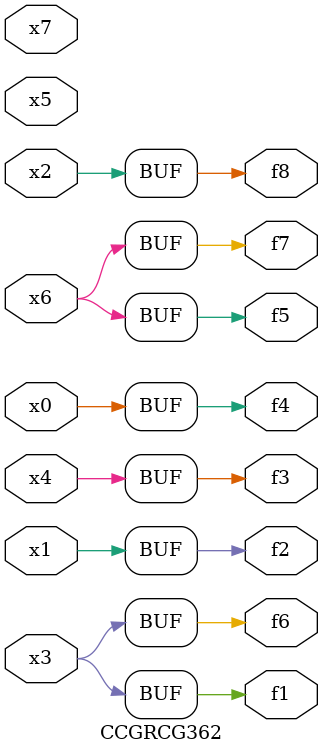
<source format=v>
module CCGRCG362(
	input x0, x1, x2, x3, x4, x5, x6, x7,
	output f1, f2, f3, f4, f5, f6, f7, f8
);
	assign f1 = x3;
	assign f2 = x1;
	assign f3 = x4;
	assign f4 = x0;
	assign f5 = x6;
	assign f6 = x3;
	assign f7 = x6;
	assign f8 = x2;
endmodule

</source>
